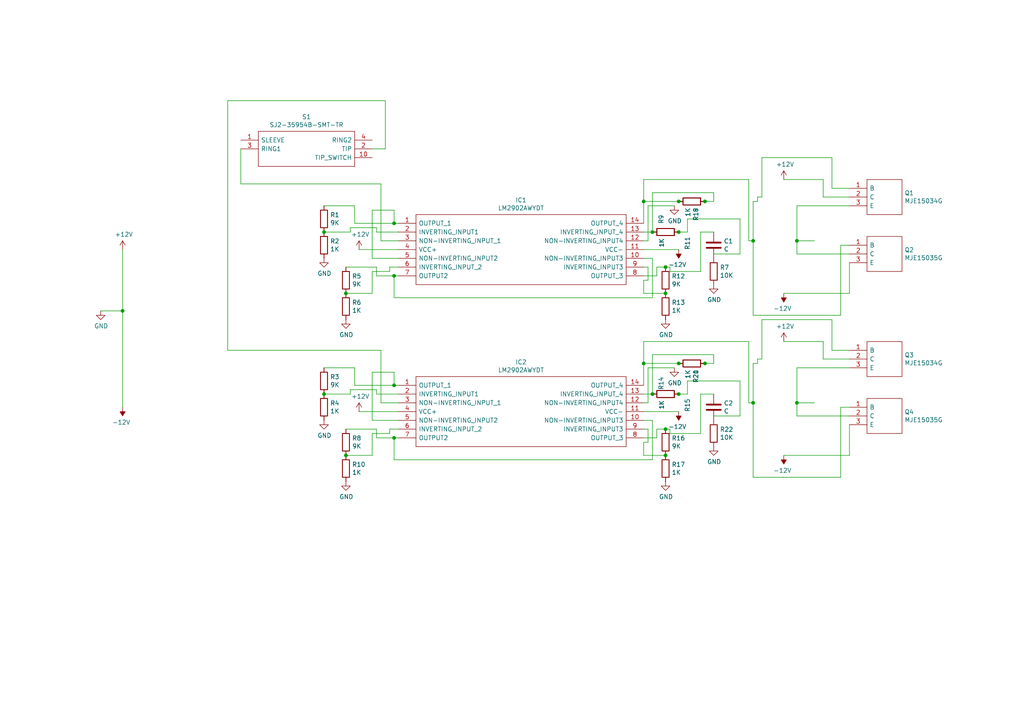
<source format=kicad_sch>
(kicad_sch (version 20211123) (generator eeschema)
  (paper "A4")
  (lib_symbols
    (symbol "Device:C" (pin_numbers hide) (pin_names (offset 0.254))
      (property "Reference" "C" (at 0.635 2.54 0))
      (property "Value" "C" (at 0.635 -2.54 0))
      (symbol "C_0_1"
        (polyline (pts (xy -2.032 -0.762) (xy 2.032 -0.762)) (stroke (width 0.508)))
        (polyline (pts (xy -2.032 0.762) (xy 2.032 0.762)) (stroke (width 0.508)))
      )
      (symbol "C_1_1"
        (pin passive line (at 0 3.81 270) (length 2.794) (name "~") (number "1"))
        (pin passive line (at 0 -3.81 90) (length 2.794) (name "~") (number "2"))
      )
    )
    (symbol "Device:R" (pin_numbers hide) (pin_names (offset 0))
      (property "Reference" "R" (at 2.032 0 90))
      (property "Value" "R" (at 0 0 90))
      (symbol "R_0_1"
        (rectangle (start -1.016 -2.54) (end 1.016 2.54) (stroke (width 0.254)))
      )
      (symbol "R_1_1"
        (pin passive line (at 0 3.81 270) (length 1.27) (name "~") (number "1"))
        (pin passive line (at 0 -3.81 90) (length 1.27) (name "~") (number "2"))
      )
    )
    (symbol "SamacSys_Parts:LM2902AWYDT" (pin_names (offset 0.762))
      (property "Reference" "IC" (at 67.31 7.62 0))
      (property "Value" "SamacSys_Parts_LM2902AWYDT" (at 67.31 5.08 0))
      (symbol "LM2902AWYDT_0_0"
        (pin passive line (at 0 0 0) (length 5.08) (name "OUTPUT_1") (number "1"))
        (pin passive line (at 71.12 -10.16 180) (length 5.08) (name "NON-INVERTING_INPUT3") (number "10"))
        (pin passive line (at 71.12 -7.62 180) (length 5.08) (name "VCC-") (number "11"))
        (pin passive line (at 71.12 -5.08 180) (length 5.08) (name "NON-INVERTING_INPUT4") (number "12"))
        (pin passive line (at 71.12 -2.54 180) (length 5.08) (name "INVERTING_INPUT_4") (number "13"))
        (pin passive line (at 71.12 0 180) (length 5.08) (name "OUTPUT_4") (number "14"))
        (pin passive line (at 0 -2.54 0) (length 5.08) (name "INVERTING_INPUT1") (number "2"))
        (pin passive line (at 0 -5.08 0) (length 5.08) (name "NON-INVERTING_INPUT_1") (number "3"))
        (pin passive line (at 0 -7.62 0) (length 5.08) (name "VCC+") (number "4"))
        (pin passive line (at 0 -10.16 0) (length 5.08) (name "NON-INVERTING_INPUT2") (number "5"))
        (pin passive line (at 0 -12.7 0) (length 5.08) (name "INVERTING_INPUT_2") (number "6"))
        (pin passive line (at 0 -15.24 0) (length 5.08) (name "OUTPUT2") (number "7"))
        (pin passive line (at 71.12 -15.24 180) (length 5.08) (name "OUTPUT_3") (number "8"))
        (pin passive line (at 71.12 -12.7 180) (length 5.08) (name "INVERTING_INPUT3") (number "9"))
      )
      (symbol "LM2902AWYDT_0_1"
        (polyline (pts (xy 5.08 2.54) (xy 66.04 2.54) (xy 66.04 -17.78) (xy 5.08 -17.78) (xy 5.08 2.54)) (stroke (width 0.1524)))
      )
    )
    (symbol "SamacSys_Parts:MJE15034G" (pin_names (offset 0.762))
      (property "Reference" "Q" (at 16.51 7.62 0))
      (property "Value" "SamacSys_Parts_MJE15034G" (at 16.51 5.08 0))
      (symbol "MJE15034G_0_0"
        (pin passive line (at 0 0 0) (length 5.08) (name "B") (number "1"))
        (pin passive line (at 0 -2.54 0) (length 5.08) (name "C") (number "2"))
        (pin passive line (at 0 -5.08 0) (length 5.08) (name "E") (number "3"))
      )
      (symbol "MJE15034G_0_1"
        (polyline (pts (xy 5.08 2.54) (xy 15.24 2.54) (xy 15.24 -7.62) (xy 5.08 -7.62) (xy 5.08 2.54)) (stroke (width 0.1524)))
      )
    )
    (symbol "SamacSys_Parts:MJE15035G" (pin_names (offset 0.762))
      (property "Reference" "Q" (at 16.51 7.62 0))
      (property "Value" "SamacSys_Parts_MJE15035G" (at 16.51 5.08 0))
      (symbol "MJE15035G_0_0"
        (pin passive line (at 0 0 0) (length 5.08) (name "B") (number "1"))
        (pin passive line (at 0 -2.54 0) (length 5.08) (name "C") (number "2"))
        (pin passive line (at 0 -5.08 0) (length 5.08) (name "E") (number "3"))
      )
      (symbol "MJE15035G_0_1"
        (polyline (pts (xy 5.08 2.54) (xy 15.24 2.54) (xy 15.24 -7.62) (xy 5.08 -7.62) (xy 5.08 2.54)) (stroke (width 0.1524)))
      )
    )
    (symbol "SamacSys_Parts:SJ2-35954B-SMT-TR" (pin_names (offset 0.762))
      (property "Reference" "S" (at 34.29 7.62 0))
      (property "Value" "SamacSys_Parts_SJ2-35954B-SMT-TR" (at 34.29 5.08 0))
      (symbol "SJ2-35954B-SMT-TR_0_0"
        (pin passive line (at 0 0 0) (length 5.08) (name "SLEEVE") (number "1"))
        (pin passive line (at 38.1 -5.08 180) (length 5.08) (name "TIP_SWITCH") (number "10"))
        (pin passive line (at 38.1 -2.54 180) (length 5.08) (name "TIP") (number "2"))
        (pin passive line (at 0 -2.54 0) (length 5.08) (name "RING1") (number "3"))
        (pin passive line (at 38.1 0 180) (length 5.08) (name "RING2") (number "4"))
      )
      (symbol "SJ2-35954B-SMT-TR_0_1"
        (polyline (pts (xy 5.08 2.54) (xy 33.02 2.54) (xy 33.02 -7.62) (xy 5.08 -7.62) (xy 5.08 2.54)) (stroke (width 0.1524)))
      )
    )
    (symbol "power:+12V" (power) (pin_names (offset 0))
      (property "Value" "+12V" (at 0 3.556 0))
      (symbol "+12V_0_1"
        (polyline (pts (xy -0.762 1.27) (xy 0 2.54)))
        (polyline (pts (xy 0 0) (xy 0 2.54)))
        (polyline (pts (xy 0 2.54) (xy 0.762 1.27)))
      )
      (symbol "+12V_1_1"
        (pin power_in line (at 0 0 90) (length 0) hide (name "+12V") (number "1"))
      )
    )
    (symbol "power:-12V" (power) (pin_names (offset 0))
      (property "Value" "-12V" (at 0 3.81 0))
      (symbol "-12V_0_0"
        (pin power_in line (at 0 0 90) (length 0) hide (name "-12V") (number "1"))
      )
      (symbol "-12V_0_1"
        (polyline (pts (xy 0 0) (xy 0 1.27) (xy 0.762 1.27) (xy 0 2.54) (xy -0.762 1.27) (xy 0 1.27)) (fill (type outline)))
      )
    )
    (symbol "power:GND" (power) (pin_names (offset 0))
      (property "Value" "GND" (at 0 -3.81 0))
      (symbol "GND_0_1"
        (polyline (pts (xy 0 0) (xy 0 -1.27) (xy 1.27 -1.27) (xy 0 -2.54) (xy -1.27 -1.27) (xy 0 -1.27)))
      )
      (symbol "GND_1_1"
        (pin power_in line (at 0 0 270) (length 0) hide (name "GND") (number "1"))
      )
    )
  )
  (junction (at 93.98 114.3))
  (junction (at 231.14 69.85))
  (junction (at 186.69 105.41))
  (junction (at 196.85 114.3))
  (junction (at 193.04 85.09))
  (junction (at 189.23 67.31))
  (junction (at 193.04 124.46))
  (junction (at 204.47 105.41))
  (junction (at 204.47 58.42))
  (junction (at 35.56 90.17))
  (junction (at 196.85 105.41))
  (junction (at 114.3 80.01))
  (junction (at 218.44 69.85))
  (junction (at 100.33 132.08))
  (junction (at 100.33 85.09))
  (junction (at 218.44 116.84))
  (junction (at 189.23 114.3))
  (junction (at 186.69 58.42))
  (junction (at 114.3 64.77))
  (junction (at 193.04 77.47))
  (junction (at 114.3 127))
  (junction (at 196.85 67.31))
  (junction (at 93.98 67.31))
  (junction (at 196.85 58.42))
  (junction (at 231.14 116.84))
  (junction (at 193.04 132.08))
  (junction (at 114.3 111.76))
  (wire (pts (xy 109.22 80.01) (xy 114.3 80.01)))
  (wire (pts (xy 246.38 76.2) (xy 246.38 85.09)))
  (wire (pts (xy 186.69 52.07) (xy 217.17 52.07)))
  (wire (pts (xy 111.76 29.21) (xy 66.04 29.21)))
  (wire (pts (xy 189.23 133.35) (xy 189.23 121.92)))
  (wire (pts (xy 218.44 138.43) (xy 243.84 138.43)))
  (wire (pts (xy 241.3 101.6) (xy 246.38 101.6)))
  (wire (pts (xy 218.44 91.44) (xy 243.84 91.44)))
  (wire (pts (xy 196.85 58.42) (xy 186.69 58.42)))
  (wire (pts (xy 100.33 77.47) (xy 109.22 77.47)))
  (wire (pts (xy 69.85 53.34) (xy 110.49 53.34)))
  (wire (pts (xy 190.5 124.46) (xy 193.04 124.46)))
  (wire (pts (xy 114.3 127) (xy 115.57 127)))
  (wire (pts (xy 187.96 81.28) (xy 187.96 77.47)))
  (wire (pts (xy 195.58 59.69) (xy 187.96 59.69)))
  (wire (pts (xy 107.95 121.92) (xy 115.57 121.92)))
  (wire (pts (xy 218.44 58.42) (xy 218.44 69.85)))
  (wire (pts (xy 219.71 58.42) (xy 219.71 57.15)))
  (wire (pts (xy 199.39 110.49) (xy 199.39 114.3)))
  (wire (pts (xy 187.96 106.68) (xy 187.96 116.84)))
  (wire (pts (xy 187.96 124.46) (xy 186.69 124.46)))
  (wire (pts (xy 190.5 77.47) (xy 193.04 77.47)))
  (wire (pts (xy 107.95 60.96) (xy 107.95 74.93)))
  (wire (pts (xy 186.69 85.09) (xy 186.69 81.28)))
  (wire (pts (xy 114.3 64.77) (xy 115.57 64.77)))
  (wire (pts (xy 246.38 85.09) (xy 227.33 85.09)))
  (wire (pts (xy 214.63 110.49) (xy 199.39 110.49)))
  (wire (pts (xy 194.31 124.46) (xy 194.31 125.73)))
  (wire (pts (xy 217.17 116.84) (xy 218.44 116.84)))
  (wire (pts (xy 109.22 77.47) (xy 109.22 80.01)))
  (wire (pts (xy 114.3 111.76) (xy 114.3 107.95)))
  (wire (pts (xy 238.76 57.15) (xy 246.38 57.15)))
  (wire (pts (xy 104.14 72.39) (xy 115.57 72.39)))
  (wire (pts (xy 109.22 67.31) (xy 115.57 67.31)))
  (wire (pts (xy 66.04 101.6) (xy 110.49 101.6)))
  (wire (pts (xy 187.96 116.84) (xy 186.69 116.84)))
  (wire (pts (xy 196.85 119.38) (xy 186.69 119.38)))
  (wire (pts (xy 220.98 92.71) (xy 241.3 92.71)))
  (wire (pts (xy 238.76 99.06) (xy 238.76 104.14)))
  (wire (pts (xy 219.71 105.41) (xy 219.71 104.14)))
  (wire (pts (xy 107.95 74.93) (xy 115.57 74.93)))
  (wire (pts (xy 104.14 119.38) (xy 115.57 119.38)))
  (wire (pts (xy 195.58 106.68) (xy 187.96 106.68)))
  (wire (pts (xy 114.3 127) (xy 114.3 133.35)))
  (wire (pts (xy 190.5 80.01) (xy 190.5 77.47)))
  (wire (pts (xy 186.69 58.42) (xy 186.69 64.77)))
  (wire (pts (xy 107.95 78.74) (xy 113.03 78.74)))
  (wire (pts (xy 110.49 53.34) (xy 110.49 69.85)))
  (wire (pts (xy 101.6 67.31) (xy 101.6 66.04)))
  (wire (pts (xy 186.69 58.42) (xy 186.69 52.07)))
  (wire (pts (xy 246.38 132.08) (xy 227.33 132.08)))
  (wire (pts (xy 246.38 123.19) (xy 246.38 132.08)))
  (wire (pts (xy 100.33 85.09) (xy 107.95 85.09)))
  (wire (pts (xy 196.85 105.41) (xy 186.69 105.41)))
  (wire (pts (xy 189.23 114.3) (xy 189.23 102.87)))
  (wire (pts (xy 196.85 114.3) (xy 199.39 114.3)))
  (wire (pts (xy 187.96 128.27) (xy 187.96 124.46)))
  (wire (pts (xy 189.23 102.87) (xy 207.01 102.87)))
  (wire (pts (xy 189.23 67.31) (xy 189.23 55.88)))
  (wire (pts (xy 29.21 90.17) (xy 35.56 90.17)))
  (wire (pts (xy 109.22 127) (xy 114.3 127)))
  (wire (pts (xy 193.04 77.47) (xy 194.31 77.47)))
  (wire (pts (xy 113.03 125.73) (xy 113.03 124.46)))
  (wire (pts (xy 203.2 114.3) (xy 207.01 114.3)))
  (wire (pts (xy 102.87 59.69) (xy 102.87 64.77)))
  (wire (pts (xy 241.3 92.71) (xy 241.3 101.6)))
  (wire (pts (xy 186.69 128.27) (xy 187.96 128.27)))
  (wire (pts (xy 220.98 57.15) (xy 220.98 45.72)))
  (wire (pts (xy 109.22 113.03) (xy 109.22 114.3)))
  (wire (pts (xy 214.63 120.65) (xy 214.63 110.49)))
  (wire (pts (xy 93.98 59.69) (xy 102.87 59.69)))
  (wire (pts (xy 231.14 59.69) (xy 231.14 69.85)))
  (wire (pts (xy 231.14 69.85) (xy 231.14 73.66)))
  (wire (pts (xy 114.3 107.95) (xy 107.95 107.95)))
  (wire (pts (xy 114.3 60.96) (xy 107.95 60.96)))
  (wire (pts (xy 110.49 116.84) (xy 115.57 116.84)))
  (wire (pts (xy 186.69 81.28) (xy 187.96 81.28)))
  (wire (pts (xy 217.17 69.85) (xy 218.44 69.85)))
  (wire (pts (xy 102.87 64.77) (xy 114.3 64.77)))
  (wire (pts (xy 186.69 80.01) (xy 190.5 80.01)))
  (wire (pts (xy 109.22 114.3) (xy 115.57 114.3)))
  (wire (pts (xy 238.76 104.14) (xy 246.38 104.14)))
  (wire (pts (xy 220.98 104.14) (xy 220.98 92.71)))
  (wire (pts (xy 187.96 69.85) (xy 186.69 69.85)))
  (wire (pts (xy 190.5 127) (xy 190.5 124.46)))
  (wire (pts (xy 102.87 111.76) (xy 114.3 111.76)))
  (wire (pts (xy 207.01 55.88) (xy 207.01 58.42)))
  (wire (pts (xy 227.33 99.06) (xy 238.76 99.06)))
  (wire (pts (xy 203.2 67.31) (xy 203.2 78.74)))
  (wire (pts (xy 218.44 105.41) (xy 218.44 116.84)))
  (wire (pts (xy 187.96 77.47) (xy 186.69 77.47)))
  (wire (pts (xy 231.14 73.66) (xy 246.38 73.66)))
  (wire (pts (xy 218.44 116.84) (xy 218.44 138.43)))
  (wire (pts (xy 204.47 58.42) (xy 207.01 58.42)))
  (wire (pts (xy 114.3 64.77) (xy 114.3 60.96)))
  (wire (pts (xy 186.69 105.41) (xy 186.69 111.76)))
  (wire (pts (xy 218.44 58.42) (xy 219.71 58.42)))
  (wire (pts (xy 93.98 67.31) (xy 101.6 67.31)))
  (wire (pts (xy 114.3 133.35) (xy 189.23 133.35)))
  (wire (pts (xy 100.33 132.08) (xy 107.95 132.08)))
  (wire (pts (xy 114.3 80.01) (xy 114.3 86.36)))
  (wire (pts (xy 238.76 52.07) (xy 238.76 57.15)))
  (wire (pts (xy 218.44 105.41) (xy 219.71 105.41)))
  (wire (pts (xy 109.22 66.04) (xy 109.22 67.31)))
  (wire (pts (xy 189.23 74.93) (xy 186.69 74.93)))
  (wire (pts (xy 186.69 105.41) (xy 186.69 99.06)))
  (wire (pts (xy 194.31 78.74) (xy 203.2 78.74)))
  (wire (pts (xy 186.69 132.08) (xy 186.69 128.27)))
  (wire (pts (xy 193.04 85.09) (xy 186.69 85.09)))
  (wire (pts (xy 110.49 69.85) (xy 115.57 69.85)))
  (wire (pts (xy 101.6 66.04) (xy 109.22 66.04)))
  (wire (pts (xy 218.44 69.85) (xy 218.44 91.44)))
  (wire (pts (xy 199.39 63.5) (xy 199.39 67.31)))
  (wire (pts (xy 231.14 106.68) (xy 231.14 116.84)))
  (wire (pts (xy 241.3 54.61) (xy 246.38 54.61)))
  (wire (pts (xy 107.95 125.73) (xy 107.95 132.08)))
  (wire (pts (xy 35.56 90.17) (xy 35.56 118.11)))
  (wire (pts (xy 114.3 86.36) (xy 189.23 86.36)))
  (wire (pts (xy 219.71 57.15) (xy 220.98 57.15)))
  (wire (pts (xy 241.3 45.72) (xy 241.3 54.61)))
  (wire (pts (xy 114.3 80.01) (xy 115.57 80.01)))
  (wire (pts (xy 186.69 127) (xy 190.5 127)))
  (wire (pts (xy 217.17 99.06) (xy 217.17 116.84)))
  (wire (pts (xy 203.2 67.31) (xy 207.01 67.31)))
  (wire (pts (xy 243.84 71.12) (xy 246.38 71.12)))
  (wire (pts (xy 107.95 107.95) (xy 107.95 121.92)))
  (wire (pts (xy 93.98 106.68) (xy 102.87 106.68)))
  (wire (pts (xy 186.69 99.06) (xy 217.17 99.06)))
  (wire (pts (xy 189.23 86.36) (xy 189.23 74.93)))
  (wire (pts (xy 219.71 104.14) (xy 220.98 104.14)))
  (wire (pts (xy 186.69 67.31) (xy 189.23 67.31)))
  (wire (pts (xy 107.95 43.18) (xy 111.76 43.18)))
  (wire (pts (xy 189.23 55.88) (xy 207.01 55.88)))
  (wire (pts (xy 111.76 29.21) (xy 111.76 43.18)))
  (wire (pts (xy 196.85 67.31) (xy 199.39 67.31)))
  (wire (pts (xy 243.84 91.44) (xy 243.84 71.12)))
  (wire (pts (xy 194.31 77.47) (xy 194.31 78.74)))
  (wire (pts (xy 243.84 118.11) (xy 246.38 118.11)))
  (wire (pts (xy 217.17 52.07) (xy 217.17 69.85)))
  (wire (pts (xy 207.01 73.66) (xy 214.63 73.66)))
  (wire (pts (xy 207.01 102.87) (xy 207.01 105.41)))
  (wire (pts (xy 113.03 78.74) (xy 113.03 77.47)))
  (wire (pts (xy 214.63 63.5) (xy 199.39 63.5)))
  (wire (pts (xy 220.98 45.72) (xy 241.3 45.72)))
  (wire (pts (xy 231.14 120.65) (xy 246.38 120.65)))
  (wire (pts (xy 66.04 29.21) (xy 66.04 101.6)))
  (wire (pts (xy 35.56 90.17) (xy 35.56 72.39)))
  (wire (pts (xy 101.6 113.03) (xy 109.22 113.03)))
  (wire (pts (xy 189.23 121.92) (xy 186.69 121.92)))
  (wire (pts (xy 196.85 72.39) (xy 186.69 72.39)))
  (wire (pts (xy 193.04 124.46) (xy 194.31 124.46)))
  (wire (pts (xy 107.95 125.73) (xy 113.03 125.73)))
  (wire (pts (xy 102.87 106.68) (xy 102.87 111.76)))
  (wire (pts (xy 194.31 125.73) (xy 203.2 125.73)))
  (wire (pts (xy 69.85 43.18) (xy 69.85 53.34)))
  (wire (pts (xy 236.22 116.84) (xy 231.14 116.84)))
  (wire (pts (xy 114.3 111.76) (xy 115.57 111.76)))
  (wire (pts (xy 227.33 52.07) (xy 238.76 52.07)))
  (wire (pts (xy 93.98 114.3) (xy 101.6 114.3)))
  (wire (pts (xy 246.38 106.68) (xy 231.14 106.68)))
  (wire (pts (xy 214.63 73.66) (xy 214.63 63.5)))
  (wire (pts (xy 109.22 124.46) (xy 109.22 127)))
  (wire (pts (xy 100.33 124.46) (xy 109.22 124.46)))
  (wire (pts (xy 107.95 78.74) (xy 107.95 85.09)))
  (wire (pts (xy 243.84 138.43) (xy 243.84 118.11)))
  (wire (pts (xy 203.2 114.3) (xy 203.2 125.73)))
  (wire (pts (xy 231.14 116.84) (xy 231.14 120.65)))
  (wire (pts (xy 113.03 77.47) (xy 115.57 77.47)))
  (wire (pts (xy 207.01 120.65) (xy 214.63 120.65)))
  (wire (pts (xy 204.47 105.41) (xy 207.01 105.41)))
  (wire (pts (xy 101.6 114.3) (xy 101.6 113.03)))
  (wire (pts (xy 110.49 101.6) (xy 110.49 116.84)))
  (wire (pts (xy 193.04 132.08) (xy 186.69 132.08)))
  (wire (pts (xy 186.69 114.3) (xy 189.23 114.3)))
  (wire (pts (xy 246.38 59.69) (xy 231.14 59.69)))
  (wire (pts (xy 113.03 124.46) (xy 115.57 124.46)))
  (wire (pts (xy 236.22 69.85) (xy 231.14 69.85)))
  (wire (pts (xy 187.96 59.69) (xy 187.96 69.85)))
  (symbol (lib_id "power:+12V") (at 35.56 72.39 0) (unit 1)
    (property "Reference" "#PWR0101" (effects hide))
    (property "Value" "+12V" (at 35.941 67.9958 0))
  )
  (symbol (lib_id "power:-12V") (at 35.56 118.11 180) (unit 1)
    (property "Reference" "#PWR0102" (effects hide))
    (property "Value" "-12V" (at 35.179 122.5042 0))
  )
  (symbol (lib_id "power:GND") (at 29.21 90.17 0) (unit 1)
    (property "Reference" "#PWR0103" (effects hide))
    (property "Value" "GND" (at 29.337 94.5642 0))
  )
  (symbol (lib_id "power:-12V") (at 196.85 72.39 180) (unit 1)
    (property "Reference" "#PWR0107" (effects hide))
    (property "Value" "-12V" (at 196.469 76.7842 0))
  )
  (symbol (lib_id "Device:R") (at 93.98 71.12 0) (unit 1)
    (property "Reference" "R2" (at 95.758 69.9516 0) (effects (justify left)))
    (property "Value" "1K" (at 95.758 72.263 0) (effects (justify left)))
    (property "Footprint" "Resistor_SMD:R_0805_2012Metric" (effects hide))
  )
  (symbol (lib_id "Device:R") (at 93.98 63.5 180) (unit 1)
    (property "Reference" "R1" (at 95.758 62.3316 0) (effects (justify right)))
    (property "Value" "9K" (at 95.758 64.643 0) (effects (justify right)))
    (property "Footprint" "Resistor_SMD:R_0805_2012Metric" (effects hide))
  )
  (symbol (lib_id "power:GND") (at 93.98 74.93 0) (unit 1)
    (property "Reference" "#PWR0110" (effects hide))
    (property "Value" "GND" (at 94.107 79.3242 0))
  )
  (symbol (lib_id "Device:C") (at 207.01 71.12 0) (unit 1)
    (property "Reference" "C1" (at 209.931 69.9516 0) (effects (justify left)))
    (property "Value" "C" (at 209.931 72.263 0) (effects (justify left)))
    (property "Footprint" "Capacitor_SMD:C_0805_2012Metric" (effects hide))
  )
  (symbol (lib_id "Device:R") (at 207.01 78.74 0) (unit 1)
    (property "Reference" "R7" (at 208.788 77.5716 0) (effects (justify left)))
    (property "Value" "10K" (at 208.788 79.883 0) (effects (justify left)))
    (property "Footprint" "Resistor_SMD:R_0805_2012Metric" (effects hide))
  )
  (symbol (lib_id "power:GND") (at 207.01 82.55 0) (unit 1)
    (property "Reference" "#PWR0113" (effects hide))
    (property "Value" "GND" (at 207.137 86.9442 0))
  )
  (symbol (lib_id "Device:R") (at 193.04 67.31 270) (unit 1)
    (property "Reference" "R9" (at 191.77 62.23 0) (effects (justify left)))
    (property "Value" "1K" (at 191.897 69.088 0) (effects (justify left)))
    (property "Footprint" "Resistor_SMD:R_0805_2012Metric" (effects hide))
  )
  (symbol (lib_id "power:-12V") (at 227.33 85.09 180) (unit 1)
    (property "Reference" "#PWR0117" (effects hide))
    (property "Value" "-12V" (at 226.949 89.4842 0))
  )
  (symbol (lib_id "power:+12V") (at 227.33 52.07 0) (unit 1)
    (property "Reference" "#PWR0118" (effects hide))
    (property "Value" "+12V" (at 227.711 47.6758 0))
  )
  (symbol (lib_id "power:+12V") (at 104.14 72.39 0) (unit 1)
    (property "Reference" "#PWR0104" (effects hide))
    (property "Value" "+12V" (at 104.521 67.9958 0))
  )
  (symbol (lib_id "Device:R") (at 100.33 88.9 0) (unit 1)
    (property "Reference" "R6" (at 102.108 87.7316 0) (effects (justify left)))
    (property "Value" "1K" (at 102.108 90.043 0) (effects (justify left)))
    (property "Footprint" "Resistor_SMD:R_0805_2012Metric" (effects hide))
  )
  (symbol (lib_id "Device:R") (at 100.33 81.28 180) (unit 1)
    (property "Reference" "R5" (at 102.108 80.1116 0) (effects (justify right)))
    (property "Value" "9K" (at 102.108 82.423 0) (effects (justify right)))
    (property "Footprint" "Resistor_SMD:R_0805_2012Metric" (effects hide))
  )
  (symbol (lib_id "power:GND") (at 100.33 92.71 0) (unit 1)
    (property "Reference" "#PWR0105" (effects hide))
    (property "Value" "GND" (at 100.457 97.1042 0))
  )
  (symbol (lib_id "Device:R") (at 193.04 88.9 0) (unit 1)
    (property "Reference" "R13" (at 194.818 87.7316 0) (effects (justify left)))
    (property "Value" "1K" (at 194.818 90.043 0) (effects (justify left)))
    (property "Footprint" "Resistor_SMD:R_0805_2012Metric" (effects hide))
  )
  (symbol (lib_id "Device:R") (at 193.04 81.28 180) (unit 1)
    (property "Reference" "R12" (at 194.818 80.1116 0) (effects (justify right)))
    (property "Value" "9K" (at 194.818 82.423 0) (effects (justify right)))
    (property "Footprint" "Resistor_SMD:R_0805_2012Metric" (effects hide))
  )
  (symbol (lib_id "power:GND") (at 193.04 92.71 0) (unit 1)
    (property "Reference" "#PWR0106" (effects hide))
    (property "Value" "GND" (at 193.167 97.1042 0))
  )
  (symbol (lib_id "SamacSys_Parts:MJE15034G") (at 246.38 54.61 0) (unit 1)
    (property "Reference" "Q1" (at 262.3312 55.9816 0) (effects (justify left)))
    (property "Value" "MJE15034G" (at 262.3312 58.293 0) (effects (justify left)))
    (property "Footprint" "SamacSys_Parts:TO254P483X1010X2035-3P" (effects hide))
    (property "Datasheet" "http://www.onsemi.com/pub/Collateral/MJE15034-D.PDF" (effects hide))
    (property "Height" "4.83" (effects hide))
    (property "Manufacturer_Name" "ON Semiconductor" (effects hide))
    (property "Manufacturer_Part_Number" "MJE15034G" (effects hide))
    (property "Mouser Part Number" "863-MJE15034G" (effects hide))
    (property "Mouser Price/Stock" "https://www.mouser.co.uk/ProductDetail/onsemi/MJE15034G?qs=HVbQlW5zcXV7QTziNO9oMQ%3D%3D" (effects hide))
    (property "Arrow Part Number" "MJE15034G" (effects hide))
    (property "Arrow Price/Stock" "https://www.arrow.com/en/products/mje15034g/on-semiconductor?region=europe" (effects hide))
  )
  (symbol (lib_id "SamacSys_Parts:MJE15035G") (at 246.38 71.12 0) (unit 1)
    (property "Reference" "Q2" (at 262.3312 72.4916 0) (effects (justify left)))
    (property "Value" "MJE15035G" (at 262.3312 74.803 0) (effects (justify left)))
    (property "Footprint" "SamacSys_Parts:TO254P483X1010X2035-3P" (effects hide))
    (property "Datasheet" "http://www.onsemi.com/pub/Collateral/MJE15034-D.PDF" (effects hide))
    (property "Height" "4.83" (effects hide))
    (property "Manufacturer_Name" "ON Semiconductor" (effects hide))
    (property "Manufacturer_Part_Number" "MJE15035G" (effects hide))
    (property "Mouser Part Number" "863-MJE15035G" (effects hide))
    (property "Mouser Price/Stock" "https://www.mouser.co.uk/ProductDetail/onsemi/MJE15035G?qs=HVbQlW5zcXXa%252Byhv1vIoqQ%3D%3D" (effects hide))
    (property "Arrow Part Number" "MJE15035G" (effects hide))
    (property "Arrow Price/Stock" "https://www.arrow.com/en/products/mje15035g/on-semiconductor?region=europe" (effects hide))
  )
  (symbol (lib_id "Device:R") (at 193.04 67.31 270) (unit 1)
    (property "Reference" "R11" (at 199.39 68.58 0) (effects (justify left)))
    (property "Value" "1K" (at 191.897 69.088 0) (effects (justify left)))
    (property "Footprint" "Resistor_SMD:R_0805_2012Metric" (effects hide))
  )
  (symbol (lib_id "power:GND") (at 195.58 59.69 0) (unit 1)
    (property "Reference" "#PWR0108" (effects hide))
    (property "Value" "GND" (at 195.707 64.0842 0))
  )
  (symbol (lib_id "Device:R") (at 200.66 58.42 270) (unit 1)
    (property "Reference" "R18" (at 201.8284 60.198 0) (effects (justify left)))
    (property "Value" "1K" (at 199.517 60.198 0) (effects (justify left)))
    (property "Footprint" "Resistor_SMD:R_0805_2012Metric" (effects hide))
  )
  (symbol (lib_id "Device:R") (at 200.66 58.42 270) (unit 1)
    (property "Reference" "R19" (at 201.8284 60.198 0) (effects (justify left)))
    (property "Value" "1K" (at 199.517 60.198 0) (effects (justify left)))
    (property "Footprint" "Resistor_SMD:R_0805_2012Metric" (effects hide))
  )
  (symbol (lib_id "power:+12V") (at 227.33 99.06 0) (unit 1)
    (property "Reference" "#PWR0115" (effects hide))
    (property "Value" "+12V" (at 227.711 94.6658 0))
  )
  (symbol (lib_id "SamacSys_Parts:SJ2-35954B-SMT-TR") (at 69.85 40.64 0) (unit 1)
    (property "Reference" "S1" (at 88.9 33.909 0))
    (property "Value" "SJ2-35954B-SMT-TR" (at 88.9 36.2204 0))
    (property "Footprint" "SamacSys_Parts:SJ235954BSMTTR" (effects hide))
    (property "Datasheet" "https://www.arrow.com/en/products/sj2-35954b-smt-tr/cui-devices" (effects hide))
    (property "Description" "Phone Connectors 3.5mm Audio Jack SMT 4conductr Tip switc-1" (effects hide))
    (property "Height" "4.15" (effects hide))
    (property "Manufacturer_Name" "CUI Inc." (effects hide))
    (property "Manufacturer_Part_Number" "SJ2-35954B-SMT-TR" (effects hide))
    (property "Mouser Part Number" "490-SJ2-35954BSMT-TR" (effects hide))
    (property "Mouser Price/Stock" "https://www.mouser.co.uk/ProductDetail/CUI-Devices/SJ2-35954B-SMT-TR?qs=DXv0QSHKF4xFg%252BzFD15Yig%3D%3D" (effects hide))
    (property "Arrow Part Number" "SJ2-35954B-SMT-TR" (effects hide))
    (property "Arrow Price/Stock" "https://www.arrow.com/en/products/sj2-35954b-smt-tr/cui-devices" (effects hide))
  )
  (symbol (lib_id "SamacSys_Parts:LM2902AWYDT") (at 115.57 64.77 0) (unit 1)
    (property "Reference" "IC1" (at 151.13 58.039 0))
    (property "Value" "LM2902AWYDT" (at 151.13 60.3504 0))
    (property "Footprint" "SamacSys_Parts:SOIC127P600X175-14N" (effects hide))
    (property "Datasheet" "https://datasheet.datasheetarchive.com/originals/distributors/Datasheets-DGA25/1621277.pdf" (effects hide))
    (property "Description" "STMicroelectronics LM2902AWYDT, Quad Low Power Op Amp, 1.3MHz, 3  30 V, 14-Pin SOIC" (effects hide))
    (property "Height" "1.75" (effects hide))
    (property "Manufacturer_Name" "STMicroelectronics" (effects hide))
    (property "Manufacturer_Part_Number" "LM2902AWYDT" (effects hide))
    (property "Mouser Part Number" "511-LM2902AWYDT" (effects hide))
    (property "Mouser Price/Stock" "https://www.mouser.com/Search/Refine.aspx?Keyword=511-LM2902AWYDT" (effects hide))
  )
  (symbol (lib_id "power:GND") (at 195.58 106.68 0) (unit 1)
    (property "Reference" "#PWR0114" (effects hide))
    (property "Value" "GND" (at 195.707 111.0742 0))
  )
  (symbol (lib_id "Device:R") (at 93.98 110.49 180) (unit 1)
    (property "Reference" "R3" (at 95.758 109.3216 0) (effects (justify right)))
    (property "Value" "9K" (at 95.758 111.633 0) (effects (justify right)))
    (property "Footprint" "Resistor_SMD:R_0805_2012Metric" (effects hide))
  )
  (symbol (lib_id "Device:R") (at 200.66 105.41 270) (unit 1)
    (property "Reference" "R20" (at 201.8284 107.188 0) (effects (justify left)))
    (property "Value" "1K" (at 199.517 107.188 0) (effects (justify left)))
    (property "Footprint" "Resistor_SMD:R_0805_2012Metric" (effects hide))
  )
  (symbol (lib_id "Device:R") (at 100.33 128.27 180) (unit 1)
    (property "Reference" "R8" (at 102.108 127.1016 0) (effects (justify right)))
    (property "Value" "9K" (at 102.108 129.413 0) (effects (justify right)))
    (property "Footprint" "Resistor_SMD:R_0805_2012Metric" (effects hide))
  )
  (symbol (lib_id "power:GND") (at 93.98 121.92 0) (unit 1)
    (property "Reference" "#PWR0116" (effects hide))
    (property "Value" "GND" (at 94.107 126.3142 0))
  )
  (symbol (lib_id "SamacSys_Parts:LM2902AWYDT") (at 115.57 111.76 0) (unit 1)
    (property "Reference" "IC2" (at 151.13 105.029 0))
    (property "Value" "LM2902AWYDT" (at 151.13 107.3404 0))
    (property "Footprint" "SamacSys_Parts:SOIC127P600X175-14N" (effects hide))
    (property "Datasheet" "https://datasheet.datasheetarchive.com/originals/distributors/Datasheets-DGA25/1621277.pdf" (effects hide))
    (property "Description" "STMicroelectronics LM2902AWYDT, Quad Low Power Op Amp, 1.3MHz, 3  30 V, 14-Pin SOIC" (effects hide))
    (property "Height" "1.75" (effects hide))
    (property "Manufacturer_Name" "STMicroelectronics" (effects hide))
    (property "Manufacturer_Part_Number" "LM2902AWYDT" (effects hide))
    (property "Mouser Part Number" "511-LM2902AWYDT" (effects hide))
    (property "Mouser Price/Stock" "https://www.mouser.com/Search/Refine.aspx?Keyword=511-LM2902AWYDT" (effects hide))
  )
  (symbol (lib_id "Device:R") (at 193.04 128.27 180) (unit 1)
    (property "Reference" "R16" (at 194.818 127.1016 0) (effects (justify right)))
    (property "Value" "9K" (at 194.818 129.413 0) (effects (justify right)))
    (property "Footprint" "Resistor_SMD:R_0805_2012Metric" (effects hide))
  )
  (symbol (lib_id "power:-12V") (at 196.85 119.38 180) (unit 1)
    (property "Reference" "#PWR0111" (effects hide))
    (property "Value" "-12V" (at 196.469 123.7742 0))
  )
  (symbol (lib_id "power:+12V") (at 104.14 119.38 0) (unit 1)
    (property "Reference" "#PWR0120" (effects hide))
    (property "Value" "+12V" (at 104.521 114.9858 0))
  )
  (symbol (lib_id "power:-12V") (at 227.33 132.08 180) (unit 1)
    (property "Reference" "#PWR0109" (effects hide))
    (property "Value" "-12V" (at 226.949 136.4742 0))
  )
  (symbol (lib_id "Device:R") (at 193.04 135.89 0) (unit 1)
    (property "Reference" "R17" (at 194.818 134.7216 0) (effects (justify left)))
    (property "Value" "1K" (at 194.818 137.033 0) (effects (justify left)))
    (property "Footprint" "Resistor_SMD:R_0805_2012Metric" (effects hide))
  )
  (symbol (lib_id "power:GND") (at 207.01 129.54 0) (unit 1)
    (property "Reference" "#PWR0112" (effects hide))
    (property "Value" "GND" (at 207.137 133.9342 0))
  )
  (symbol (lib_id "Device:R") (at 193.04 114.3 270) (unit 1)
    (property "Reference" "R14" (at 191.77 109.22 0) (effects (justify left)))
    (property "Value" "1K" (at 191.897 116.078 0) (effects (justify left)))
    (property "Footprint" "Resistor_SMD:R_0805_2012Metric" (effects hide))
  )
  (symbol (lib_id "power:GND") (at 193.04 139.7 0) (unit 1)
    (property "Reference" "#PWR0121" (effects hide))
    (property "Value" "GND" (at 193.167 144.0942 0))
  )
  (symbol (lib_id "Device:R") (at 207.01 125.73 0) (unit 1)
    (property "Reference" "R22" (at 208.788 124.5616 0) (effects (justify left)))
    (property "Value" "10K" (at 208.788 126.873 0) (effects (justify left)))
    (property "Footprint" "Resistor_SMD:R_0805_2012Metric" (effects hide))
  )
  (symbol (lib_id "Device:C") (at 207.01 118.11 0) (unit 1)
    (property "Reference" "C2" (at 209.931 116.9416 0) (effects (justify left)))
    (property "Value" "C" (at 209.931 119.253 0) (effects (justify left)))
    (property "Footprint" "Capacitor_SMD:C_0805_2012Metric" (effects hide))
  )
  (symbol (lib_id "Device:R") (at 200.66 105.41 270) (unit 1)
    (property "Reference" "R21" (at 201.8284 107.188 0) (effects (justify left)))
    (property "Value" "1K" (at 199.517 107.188 0) (effects (justify left)))
    (property "Footprint" "Resistor_SMD:R_0805_2012Metric" (effects hide))
  )
  (symbol (lib_id "Device:R") (at 193.04 114.3 270) (unit 1)
    (property "Reference" "R15" (at 199.39 115.57 0) (effects (justify left)))
    (property "Value" "1K" (at 191.897 116.078 0) (effects (justify left)))
    (property "Footprint" "Resistor_SMD:R_0805_2012Metric" (effects hide))
  )
  (symbol (lib_id "SamacSys_Parts:MJE15034G") (at 246.38 101.6 0) (unit 1)
    (property "Reference" "Q3" (at 262.3312 102.9716 0) (effects (justify left)))
    (property "Value" "MJE15034G" (at 262.3312 105.283 0) (effects (justify left)))
    (property "Footprint" "SamacSys_Parts:TO254P483X1010X2035-3P" (effects hide))
    (property "Datasheet" "http://www.onsemi.com/pub/Collateral/MJE15034-D.PDF" (effects hide))
    (property "Height" "4.83" (effects hide))
    (property "Manufacturer_Name" "ON Semiconductor" (effects hide))
    (property "Manufacturer_Part_Number" "MJE15034G" (effects hide))
    (property "Mouser Part Number" "863-MJE15034G" (effects hide))
    (property "Mouser Price/Stock" "https://www.mouser.co.uk/ProductDetail/onsemi/MJE15034G?qs=HVbQlW5zcXV7QTziNO9oMQ%3D%3D" (effects hide))
    (property "Arrow Part Number" "MJE15034G" (effects hide))
    (property "Arrow Price/Stock" "https://www.arrow.com/en/products/mje15034g/on-semiconductor?region=europe" (effects hide))
  )
  (symbol (lib_id "Device:R") (at 100.33 135.89 0) (unit 1)
    (property "Reference" "R10" (at 102.108 134.7216 0) (effects (justify left)))
    (property "Value" "1K" (at 102.108 137.033 0) (effects (justify left)))
    (property "Footprint" "Resistor_SMD:R_0805_2012Metric" (effects hide))
  )
  (symbol (lib_id "Device:R") (at 93.98 118.11 0) (unit 1)
    (property "Reference" "R4" (at 95.758 116.9416 0) (effects (justify left)))
    (property "Value" "1K" (at 95.758 119.253 0) (effects (justify left)))
    (property "Footprint" "Resistor_SMD:R_0805_2012Metric" (effects hide))
  )
  (symbol (lib_id "SamacSys_Parts:MJE15035G") (at 246.38 118.11 0) (unit 1)
    (property "Reference" "Q4" (at 262.3312 119.4816 0) (effects (justify left)))
    (property "Value" "MJE15035G" (at 262.3312 121.793 0) (effects (justify left)))
    (property "Footprint" "SamacSys_Parts:TO254P483X1010X2035-3P" (effects hide))
    (property "Datasheet" "http://www.onsemi.com/pub/Collateral/MJE15034-D.PDF" (effects hide))
    (property "Height" "4.83" (effects hide))
    (property "Manufacturer_Name" "ON Semiconductor" (effects hide))
    (property "Manufacturer_Part_Number" "MJE15035G" (effects hide))
    (property "Mouser Part Number" "863-MJE15035G" (effects hide))
    (property "Mouser Price/Stock" "https://www.mouser.co.uk/ProductDetail/onsemi/MJE15035G?qs=HVbQlW5zcXXa%252Byhv1vIoqQ%3D%3D" (effects hide))
    (property "Arrow Part Number" "MJE15035G" (effects hide))
    (property "Arrow Price/Stock" "https://www.arrow.com/en/products/mje15035g/on-semiconductor?region=europe" (effects hide))
  )
  (symbol (lib_id "power:GND") (at 100.33 139.7 0) (unit 1)
    (property "Reference" "#PWR0119" (effects hide))
    (property "Value" "GND" (at 100.457 144.0942 0))
  )
)
</source>
